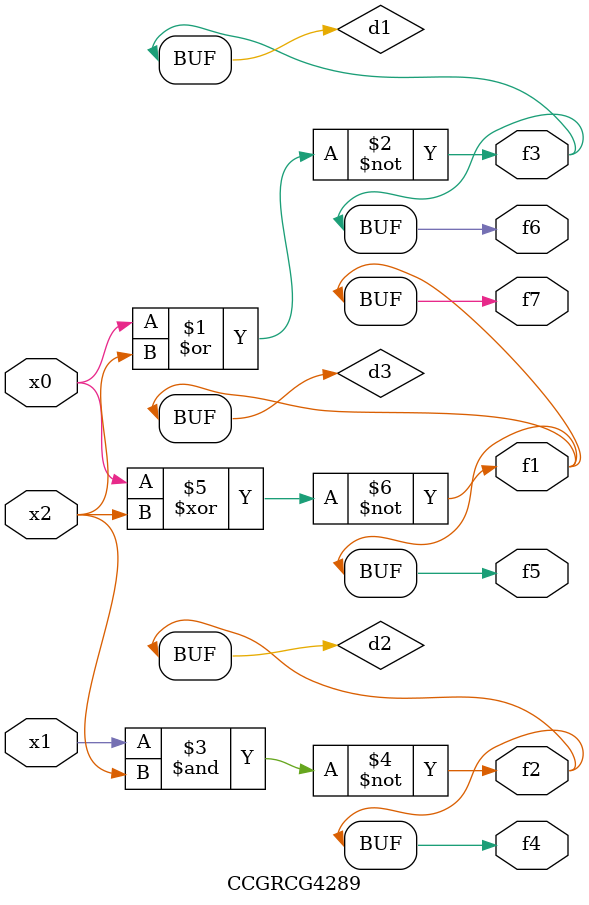
<source format=v>
module CCGRCG4289(
	input x0, x1, x2,
	output f1, f2, f3, f4, f5, f6, f7
);

	wire d1, d2, d3;

	nor (d1, x0, x2);
	nand (d2, x1, x2);
	xnor (d3, x0, x2);
	assign f1 = d3;
	assign f2 = d2;
	assign f3 = d1;
	assign f4 = d2;
	assign f5 = d3;
	assign f6 = d1;
	assign f7 = d3;
endmodule

</source>
